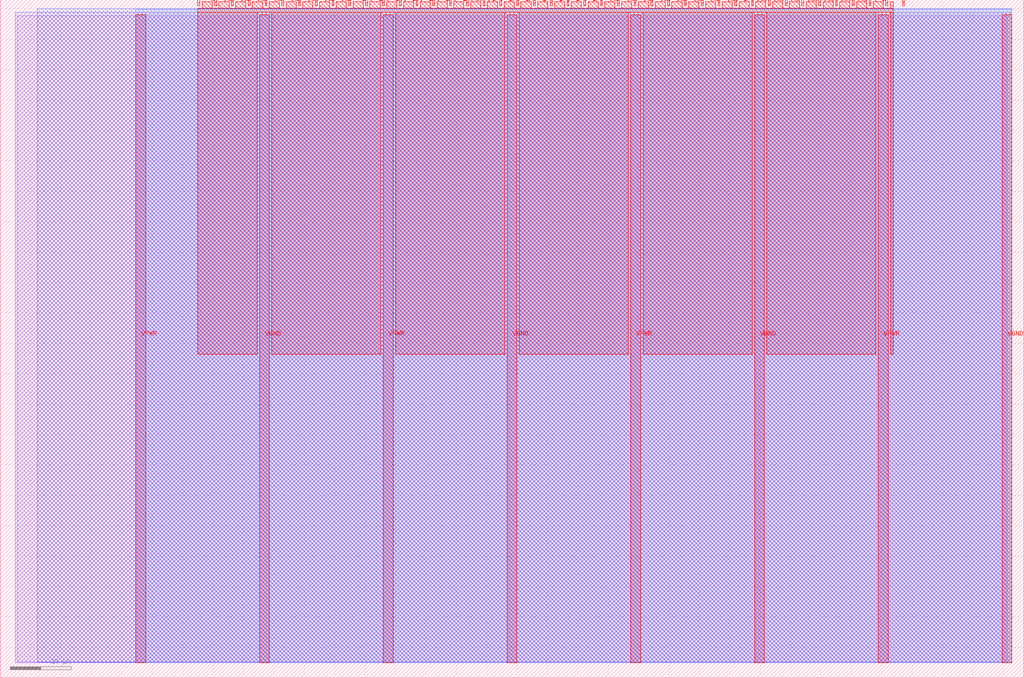
<source format=lef>
VERSION 5.7 ;
  NOWIREEXTENSIONATPIN ON ;
  DIVIDERCHAR "/" ;
  BUSBITCHARS "[]" ;
MACRO tt_um_multiplexed_clock
  CLASS BLOCK ;
  FOREIGN tt_um_multiplexed_clock ;
  ORIGIN 0.000 0.000 ;
  SIZE 168.360 BY 111.520 ;
  PIN VGND
    DIRECTION INOUT ;
    USE GROUND ;
    PORT
      LAYER met4 ;
        RECT 42.670 2.480 44.270 109.040 ;
    END
    PORT
      LAYER met4 ;
        RECT 83.380 2.480 84.980 109.040 ;
    END
    PORT
      LAYER met4 ;
        RECT 124.090 2.480 125.690 109.040 ;
    END
    PORT
      LAYER met4 ;
        RECT 164.800 2.480 166.400 109.040 ;
    END
  END VGND
  PIN VPWR
    DIRECTION INOUT ;
    USE POWER ;
    PORT
      LAYER met4 ;
        RECT 22.315 2.480 23.915 109.040 ;
    END
    PORT
      LAYER met4 ;
        RECT 63.025 2.480 64.625 109.040 ;
    END
    PORT
      LAYER met4 ;
        RECT 103.735 2.480 105.335 109.040 ;
    END
    PORT
      LAYER met4 ;
        RECT 144.445 2.480 146.045 109.040 ;
    END
  END VPWR
  PIN clk
    DIRECTION INPUT ;
    USE SIGNAL ;
    ANTENNAGATEAREA 0.852000 ;
    PORT
      LAYER met4 ;
        RECT 145.670 110.520 145.970 111.520 ;
    END
  END clk
  PIN ena
    DIRECTION INPUT ;
    USE SIGNAL ;
    PORT
      LAYER met4 ;
        RECT 148.430 110.520 148.730 111.520 ;
    END
  END ena
  PIN rst_n
    DIRECTION INPUT ;
    USE SIGNAL ;
    ANTENNAGATEAREA 0.213000 ;
    PORT
      LAYER met4 ;
        RECT 142.910 110.520 143.210 111.520 ;
    END
  END rst_n
  PIN ui_in[0]
    DIRECTION INPUT ;
    USE SIGNAL ;
    ANTENNAGATEAREA 0.196500 ;
    PORT
      LAYER met4 ;
        RECT 140.150 110.520 140.450 111.520 ;
    END
  END ui_in[0]
  PIN ui_in[1]
    DIRECTION INPUT ;
    USE SIGNAL ;
    ANTENNAGATEAREA 0.196500 ;
    PORT
      LAYER met4 ;
        RECT 137.390 110.520 137.690 111.520 ;
    END
  END ui_in[1]
  PIN ui_in[2]
    DIRECTION INPUT ;
    USE SIGNAL ;
    ANTENNAGATEAREA 0.426000 ;
    PORT
      LAYER met4 ;
        RECT 134.630 110.520 134.930 111.520 ;
    END
  END ui_in[2]
  PIN ui_in[3]
    DIRECTION INPUT ;
    USE SIGNAL ;
    ANTENNAGATEAREA 0.196500 ;
    PORT
      LAYER met4 ;
        RECT 131.870 110.520 132.170 111.520 ;
    END
  END ui_in[3]
  PIN ui_in[4]
    DIRECTION INPUT ;
    USE SIGNAL ;
    PORT
      LAYER met4 ;
        RECT 129.110 110.520 129.410 111.520 ;
    END
  END ui_in[4]
  PIN ui_in[5]
    DIRECTION INPUT ;
    USE SIGNAL ;
    PORT
      LAYER met4 ;
        RECT 126.350 110.520 126.650 111.520 ;
    END
  END ui_in[5]
  PIN ui_in[6]
    DIRECTION INPUT ;
    USE SIGNAL ;
    PORT
      LAYER met4 ;
        RECT 123.590 110.520 123.890 111.520 ;
    END
  END ui_in[6]
  PIN ui_in[7]
    DIRECTION INPUT ;
    USE SIGNAL ;
    PORT
      LAYER met4 ;
        RECT 120.830 110.520 121.130 111.520 ;
    END
  END ui_in[7]
  PIN uio_in[0]
    DIRECTION INPUT ;
    USE SIGNAL ;
    PORT
      LAYER met4 ;
        RECT 118.070 110.520 118.370 111.520 ;
    END
  END uio_in[0]
  PIN uio_in[1]
    DIRECTION INPUT ;
    USE SIGNAL ;
    PORT
      LAYER met4 ;
        RECT 115.310 110.520 115.610 111.520 ;
    END
  END uio_in[1]
  PIN uio_in[2]
    DIRECTION INPUT ;
    USE SIGNAL ;
    PORT
      LAYER met4 ;
        RECT 112.550 110.520 112.850 111.520 ;
    END
  END uio_in[2]
  PIN uio_in[3]
    DIRECTION INPUT ;
    USE SIGNAL ;
    PORT
      LAYER met4 ;
        RECT 109.790 110.520 110.090 111.520 ;
    END
  END uio_in[3]
  PIN uio_in[4]
    DIRECTION INPUT ;
    USE SIGNAL ;
    PORT
      LAYER met4 ;
        RECT 107.030 110.520 107.330 111.520 ;
    END
  END uio_in[4]
  PIN uio_in[5]
    DIRECTION INPUT ;
    USE SIGNAL ;
    PORT
      LAYER met4 ;
        RECT 104.270 110.520 104.570 111.520 ;
    END
  END uio_in[5]
  PIN uio_in[6]
    DIRECTION INPUT ;
    USE SIGNAL ;
    PORT
      LAYER met4 ;
        RECT 101.510 110.520 101.810 111.520 ;
    END
  END uio_in[6]
  PIN uio_in[7]
    DIRECTION INPUT ;
    USE SIGNAL ;
    PORT
      LAYER met4 ;
        RECT 98.750 110.520 99.050 111.520 ;
    END
  END uio_in[7]
  PIN uio_oe[0]
    DIRECTION OUTPUT TRISTATE ;
    USE SIGNAL ;
    PORT
      LAYER met4 ;
        RECT 51.830 110.520 52.130 111.520 ;
    END
  END uio_oe[0]
  PIN uio_oe[1]
    DIRECTION OUTPUT TRISTATE ;
    USE SIGNAL ;
    PORT
      LAYER met4 ;
        RECT 49.070 110.520 49.370 111.520 ;
    END
  END uio_oe[1]
  PIN uio_oe[2]
    DIRECTION OUTPUT TRISTATE ;
    USE SIGNAL ;
    PORT
      LAYER met4 ;
        RECT 46.310 110.520 46.610 111.520 ;
    END
  END uio_oe[2]
  PIN uio_oe[3]
    DIRECTION OUTPUT TRISTATE ;
    USE SIGNAL ;
    PORT
      LAYER met4 ;
        RECT 43.550 110.520 43.850 111.520 ;
    END
  END uio_oe[3]
  PIN uio_oe[4]
    DIRECTION OUTPUT TRISTATE ;
    USE SIGNAL ;
    PORT
      LAYER met4 ;
        RECT 40.790 110.520 41.090 111.520 ;
    END
  END uio_oe[4]
  PIN uio_oe[5]
    DIRECTION OUTPUT TRISTATE ;
    USE SIGNAL ;
    PORT
      LAYER met4 ;
        RECT 38.030 110.520 38.330 111.520 ;
    END
  END uio_oe[5]
  PIN uio_oe[6]
    DIRECTION OUTPUT TRISTATE ;
    USE SIGNAL ;
    PORT
      LAYER met4 ;
        RECT 35.270 110.520 35.570 111.520 ;
    END
  END uio_oe[6]
  PIN uio_oe[7]
    DIRECTION OUTPUT TRISTATE ;
    USE SIGNAL ;
    PORT
      LAYER met4 ;
        RECT 32.510 110.520 32.810 111.520 ;
    END
  END uio_oe[7]
  PIN uio_out[0]
    DIRECTION OUTPUT TRISTATE ;
    USE SIGNAL ;
    ANTENNADIFFAREA 1.524450 ;
    PORT
      LAYER met4 ;
        RECT 73.910 110.520 74.210 111.520 ;
    END
  END uio_out[0]
  PIN uio_out[1]
    DIRECTION OUTPUT TRISTATE ;
    USE SIGNAL ;
    ANTENNADIFFAREA 1.524450 ;
    PORT
      LAYER met4 ;
        RECT 71.150 110.520 71.450 111.520 ;
    END
  END uio_out[1]
  PIN uio_out[2]
    DIRECTION OUTPUT TRISTATE ;
    USE SIGNAL ;
    ANTENNADIFFAREA 1.524450 ;
    PORT
      LAYER met4 ;
        RECT 68.390 110.520 68.690 111.520 ;
    END
  END uio_out[2]
  PIN uio_out[3]
    DIRECTION OUTPUT TRISTATE ;
    USE SIGNAL ;
    ANTENNADIFFAREA 1.524450 ;
    PORT
      LAYER met4 ;
        RECT 65.630 110.520 65.930 111.520 ;
    END
  END uio_out[3]
  PIN uio_out[4]
    DIRECTION OUTPUT TRISTATE ;
    USE SIGNAL ;
    ANTENNADIFFAREA 0.795200 ;
    PORT
      LAYER met4 ;
        RECT 62.870 110.520 63.170 111.520 ;
    END
  END uio_out[4]
  PIN uio_out[5]
    DIRECTION OUTPUT TRISTATE ;
    USE SIGNAL ;
    ANTENNADIFFAREA 0.445500 ;
    PORT
      LAYER met4 ;
        RECT 60.110 110.520 60.410 111.520 ;
    END
  END uio_out[5]
  PIN uio_out[6]
    DIRECTION OUTPUT TRISTATE ;
    USE SIGNAL ;
    PORT
      LAYER met4 ;
        RECT 57.350 110.520 57.650 111.520 ;
    END
  END uio_out[6]
  PIN uio_out[7]
    DIRECTION OUTPUT TRISTATE ;
    USE SIGNAL ;
    PORT
      LAYER met4 ;
        RECT 54.590 110.520 54.890 111.520 ;
    END
  END uio_out[7]
  PIN uo_out[0]
    DIRECTION OUTPUT TRISTATE ;
    USE SIGNAL ;
    ANTENNADIFFAREA 1.721000 ;
    PORT
      LAYER met4 ;
        RECT 95.990 110.520 96.290 111.520 ;
    END
  END uo_out[0]
  PIN uo_out[1]
    DIRECTION OUTPUT TRISTATE ;
    USE SIGNAL ;
    ANTENNADIFFAREA 1.524450 ;
    PORT
      LAYER met4 ;
        RECT 93.230 110.520 93.530 111.520 ;
    END
  END uo_out[1]
  PIN uo_out[2]
    DIRECTION OUTPUT TRISTATE ;
    USE SIGNAL ;
    ANTENNADIFFAREA 1.721000 ;
    PORT
      LAYER met4 ;
        RECT 90.470 110.520 90.770 111.520 ;
    END
  END uo_out[2]
  PIN uo_out[3]
    DIRECTION OUTPUT TRISTATE ;
    USE SIGNAL ;
    ANTENNADIFFAREA 1.721000 ;
    PORT
      LAYER met4 ;
        RECT 87.710 110.520 88.010 111.520 ;
    END
  END uo_out[3]
  PIN uo_out[4]
    DIRECTION OUTPUT TRISTATE ;
    USE SIGNAL ;
    ANTENNADIFFAREA 1.524450 ;
    PORT
      LAYER met4 ;
        RECT 84.950 110.520 85.250 111.520 ;
    END
  END uo_out[4]
  PIN uo_out[5]
    DIRECTION OUTPUT TRISTATE ;
    USE SIGNAL ;
    ANTENNADIFFAREA 1.721000 ;
    PORT
      LAYER met4 ;
        RECT 82.190 110.520 82.490 111.520 ;
    END
  END uo_out[5]
  PIN uo_out[6]
    DIRECTION OUTPUT TRISTATE ;
    USE SIGNAL ;
    ANTENNADIFFAREA 1.721000 ;
    PORT
      LAYER met4 ;
        RECT 79.430 110.520 79.730 111.520 ;
    END
  END uo_out[6]
  PIN uo_out[7]
    DIRECTION OUTPUT TRISTATE ;
    USE SIGNAL ;
    ANTENNADIFFAREA 1.721000 ;
    PORT
      LAYER met4 ;
        RECT 76.670 110.520 76.970 111.520 ;
    END
  END uo_out[7]
  OBS
      LAYER li1 ;
        RECT 2.760 2.635 165.600 108.885 ;
      LAYER met1 ;
        RECT 2.460 2.480 166.400 109.440 ;
      LAYER met2 ;
        RECT 6.080 2.535 166.370 110.005 ;
      LAYER met3 ;
        RECT 22.325 2.555 166.390 109.985 ;
      LAYER met4 ;
        RECT 33.210 110.120 34.870 111.170 ;
        RECT 35.970 110.120 37.630 111.170 ;
        RECT 38.730 110.120 40.390 111.170 ;
        RECT 41.490 110.120 43.150 111.170 ;
        RECT 44.250 110.120 45.910 111.170 ;
        RECT 47.010 110.120 48.670 111.170 ;
        RECT 49.770 110.120 51.430 111.170 ;
        RECT 52.530 110.120 54.190 111.170 ;
        RECT 55.290 110.120 56.950 111.170 ;
        RECT 58.050 110.120 59.710 111.170 ;
        RECT 60.810 110.120 62.470 111.170 ;
        RECT 63.570 110.120 65.230 111.170 ;
        RECT 66.330 110.120 67.990 111.170 ;
        RECT 69.090 110.120 70.750 111.170 ;
        RECT 71.850 110.120 73.510 111.170 ;
        RECT 74.610 110.120 76.270 111.170 ;
        RECT 77.370 110.120 79.030 111.170 ;
        RECT 80.130 110.120 81.790 111.170 ;
        RECT 82.890 110.120 84.550 111.170 ;
        RECT 85.650 110.120 87.310 111.170 ;
        RECT 88.410 110.120 90.070 111.170 ;
        RECT 91.170 110.120 92.830 111.170 ;
        RECT 93.930 110.120 95.590 111.170 ;
        RECT 96.690 110.120 98.350 111.170 ;
        RECT 99.450 110.120 101.110 111.170 ;
        RECT 102.210 110.120 103.870 111.170 ;
        RECT 104.970 110.120 106.630 111.170 ;
        RECT 107.730 110.120 109.390 111.170 ;
        RECT 110.490 110.120 112.150 111.170 ;
        RECT 113.250 110.120 114.910 111.170 ;
        RECT 116.010 110.120 117.670 111.170 ;
        RECT 118.770 110.120 120.430 111.170 ;
        RECT 121.530 110.120 123.190 111.170 ;
        RECT 124.290 110.120 125.950 111.170 ;
        RECT 127.050 110.120 128.710 111.170 ;
        RECT 129.810 110.120 131.470 111.170 ;
        RECT 132.570 110.120 134.230 111.170 ;
        RECT 135.330 110.120 136.990 111.170 ;
        RECT 138.090 110.120 139.750 111.170 ;
        RECT 140.850 110.120 142.510 111.170 ;
        RECT 143.610 110.120 145.270 111.170 ;
        RECT 146.370 110.120 146.905 111.170 ;
        RECT 32.495 109.440 146.905 110.120 ;
        RECT 32.495 53.215 42.270 109.440 ;
        RECT 44.670 53.215 62.625 109.440 ;
        RECT 65.025 53.215 82.980 109.440 ;
        RECT 85.380 53.215 103.335 109.440 ;
        RECT 105.735 53.215 123.690 109.440 ;
        RECT 126.090 53.215 144.045 109.440 ;
        RECT 146.445 53.215 146.905 109.440 ;
  END
END tt_um_multiplexed_clock
END LIBRARY


</source>
